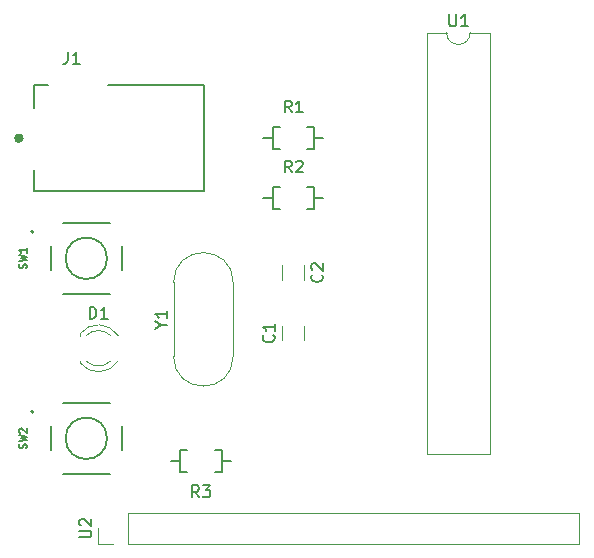
<source format=gbr>
%TF.GenerationSoftware,KiCad,Pcbnew,7.0.6*%
%TF.CreationDate,2023-08-09T01:09:07+05:30*%
%TF.ProjectId,arduinotask,61726475-696e-46f7-9461-736b2e6b6963,rev?*%
%TF.SameCoordinates,Original*%
%TF.FileFunction,Legend,Top*%
%TF.FilePolarity,Positive*%
%FSLAX46Y46*%
G04 Gerber Fmt 4.6, Leading zero omitted, Abs format (unit mm)*
G04 Created by KiCad (PCBNEW 7.0.6) date 2023-08-09 01:09:07*
%MOMM*%
%LPD*%
G01*
G04 APERTURE LIST*
%ADD10C,0.150000*%
%ADD11C,0.120000*%
%ADD12C,0.127000*%
%ADD13C,0.200000*%
%ADD14C,0.400000*%
G04 APERTURE END LIST*
D10*
X58289580Y-54716666D02*
X58337200Y-54764285D01*
X58337200Y-54764285D02*
X58384819Y-54907142D01*
X58384819Y-54907142D02*
X58384819Y-55002380D01*
X58384819Y-55002380D02*
X58337200Y-55145237D01*
X58337200Y-55145237D02*
X58241961Y-55240475D01*
X58241961Y-55240475D02*
X58146723Y-55288094D01*
X58146723Y-55288094D02*
X57956247Y-55335713D01*
X57956247Y-55335713D02*
X57813390Y-55335713D01*
X57813390Y-55335713D02*
X57622914Y-55288094D01*
X57622914Y-55288094D02*
X57527676Y-55240475D01*
X57527676Y-55240475D02*
X57432438Y-55145237D01*
X57432438Y-55145237D02*
X57384819Y-55002380D01*
X57384819Y-55002380D02*
X57384819Y-54907142D01*
X57384819Y-54907142D02*
X57432438Y-54764285D01*
X57432438Y-54764285D02*
X57480057Y-54716666D01*
X57480057Y-54335713D02*
X57432438Y-54288094D01*
X57432438Y-54288094D02*
X57384819Y-54192856D01*
X57384819Y-54192856D02*
X57384819Y-53954761D01*
X57384819Y-53954761D02*
X57432438Y-53859523D01*
X57432438Y-53859523D02*
X57480057Y-53811904D01*
X57480057Y-53811904D02*
X57575295Y-53764285D01*
X57575295Y-53764285D02*
X57670533Y-53764285D01*
X57670533Y-53764285D02*
X57813390Y-53811904D01*
X57813390Y-53811904D02*
X58384819Y-54383332D01*
X58384819Y-54383332D02*
X58384819Y-53764285D01*
X33273955Y-54180978D02*
X33303989Y-54090873D01*
X33303989Y-54090873D02*
X33303989Y-53940698D01*
X33303989Y-53940698D02*
X33273955Y-53880628D01*
X33273955Y-53880628D02*
X33243920Y-53850593D01*
X33243920Y-53850593D02*
X33183850Y-53820558D01*
X33183850Y-53820558D02*
X33123780Y-53820558D01*
X33123780Y-53820558D02*
X33063710Y-53850593D01*
X33063710Y-53850593D02*
X33033675Y-53880628D01*
X33033675Y-53880628D02*
X33003640Y-53940698D01*
X33003640Y-53940698D02*
X32973605Y-54060838D01*
X32973605Y-54060838D02*
X32943570Y-54120908D01*
X32943570Y-54120908D02*
X32913535Y-54150943D01*
X32913535Y-54150943D02*
X32853465Y-54180978D01*
X32853465Y-54180978D02*
X32793395Y-54180978D01*
X32793395Y-54180978D02*
X32733325Y-54150943D01*
X32733325Y-54150943D02*
X32703290Y-54120908D01*
X32703290Y-54120908D02*
X32673255Y-54060838D01*
X32673255Y-54060838D02*
X32673255Y-53910663D01*
X32673255Y-53910663D02*
X32703290Y-53820558D01*
X32673255Y-53610314D02*
X33303989Y-53460139D01*
X33303989Y-53460139D02*
X32853465Y-53339999D01*
X32853465Y-53339999D02*
X33303989Y-53219859D01*
X33303989Y-53219859D02*
X32673255Y-53069685D01*
X33303989Y-52499020D02*
X33303989Y-52859440D01*
X33303989Y-52679230D02*
X32673255Y-52679230D01*
X32673255Y-52679230D02*
X32763360Y-52739300D01*
X32763360Y-52739300D02*
X32823430Y-52799370D01*
X32823430Y-52799370D02*
X32853465Y-52859440D01*
X37764819Y-76961904D02*
X38574342Y-76961904D01*
X38574342Y-76961904D02*
X38669580Y-76914285D01*
X38669580Y-76914285D02*
X38717200Y-76866666D01*
X38717200Y-76866666D02*
X38764819Y-76771428D01*
X38764819Y-76771428D02*
X38764819Y-76580952D01*
X38764819Y-76580952D02*
X38717200Y-76485714D01*
X38717200Y-76485714D02*
X38669580Y-76438095D01*
X38669580Y-76438095D02*
X38574342Y-76390476D01*
X38574342Y-76390476D02*
X37764819Y-76390476D01*
X37860057Y-75961904D02*
X37812438Y-75914285D01*
X37812438Y-75914285D02*
X37764819Y-75819047D01*
X37764819Y-75819047D02*
X37764819Y-75580952D01*
X37764819Y-75580952D02*
X37812438Y-75485714D01*
X37812438Y-75485714D02*
X37860057Y-75438095D01*
X37860057Y-75438095D02*
X37955295Y-75390476D01*
X37955295Y-75390476D02*
X38050533Y-75390476D01*
X38050533Y-75390476D02*
X38193390Y-75438095D01*
X38193390Y-75438095D02*
X38764819Y-76009523D01*
X38764819Y-76009523D02*
X38764819Y-75390476D01*
X44713628Y-58986190D02*
X45189819Y-58986190D01*
X44189819Y-59319523D02*
X44713628Y-58986190D01*
X44713628Y-58986190D02*
X44189819Y-58652857D01*
X45189819Y-57795714D02*
X45189819Y-58367142D01*
X45189819Y-58081428D02*
X44189819Y-58081428D01*
X44189819Y-58081428D02*
X44332676Y-58176666D01*
X44332676Y-58176666D02*
X44427914Y-58271904D01*
X44427914Y-58271904D02*
X44475533Y-58367142D01*
X33273955Y-69420978D02*
X33303989Y-69330873D01*
X33303989Y-69330873D02*
X33303989Y-69180698D01*
X33303989Y-69180698D02*
X33273955Y-69120628D01*
X33273955Y-69120628D02*
X33243920Y-69090593D01*
X33243920Y-69090593D02*
X33183850Y-69060558D01*
X33183850Y-69060558D02*
X33123780Y-69060558D01*
X33123780Y-69060558D02*
X33063710Y-69090593D01*
X33063710Y-69090593D02*
X33033675Y-69120628D01*
X33033675Y-69120628D02*
X33003640Y-69180698D01*
X33003640Y-69180698D02*
X32973605Y-69300838D01*
X32973605Y-69300838D02*
X32943570Y-69360908D01*
X32943570Y-69360908D02*
X32913535Y-69390943D01*
X32913535Y-69390943D02*
X32853465Y-69420978D01*
X32853465Y-69420978D02*
X32793395Y-69420978D01*
X32793395Y-69420978D02*
X32733325Y-69390943D01*
X32733325Y-69390943D02*
X32703290Y-69360908D01*
X32703290Y-69360908D02*
X32673255Y-69300838D01*
X32673255Y-69300838D02*
X32673255Y-69150663D01*
X32673255Y-69150663D02*
X32703290Y-69060558D01*
X32673255Y-68850314D02*
X33303989Y-68700139D01*
X33303989Y-68700139D02*
X32853465Y-68579999D01*
X32853465Y-68579999D02*
X33303989Y-68459859D01*
X33303989Y-68459859D02*
X32673255Y-68309685D01*
X32733325Y-68099440D02*
X32703290Y-68069405D01*
X32703290Y-68069405D02*
X32673255Y-68009335D01*
X32673255Y-68009335D02*
X32673255Y-67859160D01*
X32673255Y-67859160D02*
X32703290Y-67799090D01*
X32703290Y-67799090D02*
X32733325Y-67769055D01*
X32733325Y-67769055D02*
X32793395Y-67739020D01*
X32793395Y-67739020D02*
X32853465Y-67739020D01*
X32853465Y-67739020D02*
X32943570Y-67769055D01*
X32943570Y-67769055D02*
X33303989Y-68129475D01*
X33303989Y-68129475D02*
X33303989Y-67739020D01*
X47875154Y-73564806D02*
X47541564Y-73088248D01*
X47303285Y-73564806D02*
X47303285Y-72564034D01*
X47303285Y-72564034D02*
X47684531Y-72564034D01*
X47684531Y-72564034D02*
X47779843Y-72611690D01*
X47779843Y-72611690D02*
X47827498Y-72659346D01*
X47827498Y-72659346D02*
X47875154Y-72754658D01*
X47875154Y-72754658D02*
X47875154Y-72897625D01*
X47875154Y-72897625D02*
X47827498Y-72992937D01*
X47827498Y-72992937D02*
X47779843Y-73040592D01*
X47779843Y-73040592D02*
X47684531Y-73088248D01*
X47684531Y-73088248D02*
X47303285Y-73088248D01*
X48208745Y-72564034D02*
X48828270Y-72564034D01*
X48828270Y-72564034D02*
X48494680Y-72945281D01*
X48494680Y-72945281D02*
X48637647Y-72945281D01*
X48637647Y-72945281D02*
X48732959Y-72992937D01*
X48732959Y-72992937D02*
X48780615Y-73040592D01*
X48780615Y-73040592D02*
X48828270Y-73135904D01*
X48828270Y-73135904D02*
X48828270Y-73374183D01*
X48828270Y-73374183D02*
X48780615Y-73469495D01*
X48780615Y-73469495D02*
X48732959Y-73517151D01*
X48732959Y-73517151D02*
X48637647Y-73564806D01*
X48637647Y-73564806D02*
X48351712Y-73564806D01*
X48351712Y-73564806D02*
X48256401Y-73517151D01*
X48256401Y-73517151D02*
X48208745Y-73469495D01*
X55731254Y-46075546D02*
X55397664Y-45598988D01*
X55159385Y-46075546D02*
X55159385Y-45074774D01*
X55159385Y-45074774D02*
X55540631Y-45074774D01*
X55540631Y-45074774D02*
X55635943Y-45122430D01*
X55635943Y-45122430D02*
X55683598Y-45170086D01*
X55683598Y-45170086D02*
X55731254Y-45265398D01*
X55731254Y-45265398D02*
X55731254Y-45408365D01*
X55731254Y-45408365D02*
X55683598Y-45503677D01*
X55683598Y-45503677D02*
X55635943Y-45551332D01*
X55635943Y-45551332D02*
X55540631Y-45598988D01*
X55540631Y-45598988D02*
X55159385Y-45598988D01*
X56112501Y-45170086D02*
X56160157Y-45122430D01*
X56160157Y-45122430D02*
X56255468Y-45074774D01*
X56255468Y-45074774D02*
X56493747Y-45074774D01*
X56493747Y-45074774D02*
X56589059Y-45122430D01*
X56589059Y-45122430D02*
X56636715Y-45170086D01*
X56636715Y-45170086D02*
X56684370Y-45265398D01*
X56684370Y-45265398D02*
X56684370Y-45360709D01*
X56684370Y-45360709D02*
X56636715Y-45503677D01*
X56636715Y-45503677D02*
X56064845Y-46075546D01*
X56064845Y-46075546D02*
X56684370Y-46075546D01*
X55731254Y-40995546D02*
X55397664Y-40518988D01*
X55159385Y-40995546D02*
X55159385Y-39994774D01*
X55159385Y-39994774D02*
X55540631Y-39994774D01*
X55540631Y-39994774D02*
X55635943Y-40042430D01*
X55635943Y-40042430D02*
X55683598Y-40090086D01*
X55683598Y-40090086D02*
X55731254Y-40185398D01*
X55731254Y-40185398D02*
X55731254Y-40328365D01*
X55731254Y-40328365D02*
X55683598Y-40423677D01*
X55683598Y-40423677D02*
X55635943Y-40471332D01*
X55635943Y-40471332D02*
X55540631Y-40518988D01*
X55540631Y-40518988D02*
X55159385Y-40518988D01*
X56684370Y-40995546D02*
X56112501Y-40995546D01*
X56398436Y-40995546D02*
X56398436Y-39994774D01*
X56398436Y-39994774D02*
X56303124Y-40137742D01*
X56303124Y-40137742D02*
X56207812Y-40233053D01*
X56207812Y-40233053D02*
X56112501Y-40280709D01*
X36793006Y-35865290D02*
X36793006Y-36580020D01*
X36793006Y-36580020D02*
X36745357Y-36722966D01*
X36745357Y-36722966D02*
X36650060Y-36818264D01*
X36650060Y-36818264D02*
X36507114Y-36865912D01*
X36507114Y-36865912D02*
X36411817Y-36865912D01*
X37793628Y-36865912D02*
X37221844Y-36865912D01*
X37507736Y-36865912D02*
X37507736Y-35865290D01*
X37507736Y-35865290D02*
X37412439Y-36008236D01*
X37412439Y-36008236D02*
X37317142Y-36103534D01*
X37317142Y-36103534D02*
X37221844Y-36151182D01*
X69088095Y-32684819D02*
X69088095Y-33494342D01*
X69088095Y-33494342D02*
X69135714Y-33589580D01*
X69135714Y-33589580D02*
X69183333Y-33637200D01*
X69183333Y-33637200D02*
X69278571Y-33684819D01*
X69278571Y-33684819D02*
X69469047Y-33684819D01*
X69469047Y-33684819D02*
X69564285Y-33637200D01*
X69564285Y-33637200D02*
X69611904Y-33589580D01*
X69611904Y-33589580D02*
X69659523Y-33494342D01*
X69659523Y-33494342D02*
X69659523Y-32684819D01*
X70659523Y-33684819D02*
X70088095Y-33684819D01*
X70373809Y-33684819D02*
X70373809Y-32684819D01*
X70373809Y-32684819D02*
X70278571Y-32827676D01*
X70278571Y-32827676D02*
X70183333Y-32922914D01*
X70183333Y-32922914D02*
X70088095Y-32970533D01*
X38631905Y-58454819D02*
X38631905Y-57454819D01*
X38631905Y-57454819D02*
X38870000Y-57454819D01*
X38870000Y-57454819D02*
X39012857Y-57502438D01*
X39012857Y-57502438D02*
X39108095Y-57597676D01*
X39108095Y-57597676D02*
X39155714Y-57692914D01*
X39155714Y-57692914D02*
X39203333Y-57883390D01*
X39203333Y-57883390D02*
X39203333Y-58026247D01*
X39203333Y-58026247D02*
X39155714Y-58216723D01*
X39155714Y-58216723D02*
X39108095Y-58311961D01*
X39108095Y-58311961D02*
X39012857Y-58407200D01*
X39012857Y-58407200D02*
X38870000Y-58454819D01*
X38870000Y-58454819D02*
X38631905Y-58454819D01*
X40155714Y-58454819D02*
X39584286Y-58454819D01*
X39870000Y-58454819D02*
X39870000Y-57454819D01*
X39870000Y-57454819D02*
X39774762Y-57597676D01*
X39774762Y-57597676D02*
X39679524Y-57692914D01*
X39679524Y-57692914D02*
X39584286Y-57740533D01*
X54189580Y-59836666D02*
X54237200Y-59884285D01*
X54237200Y-59884285D02*
X54284819Y-60027142D01*
X54284819Y-60027142D02*
X54284819Y-60122380D01*
X54284819Y-60122380D02*
X54237200Y-60265237D01*
X54237200Y-60265237D02*
X54141961Y-60360475D01*
X54141961Y-60360475D02*
X54046723Y-60408094D01*
X54046723Y-60408094D02*
X53856247Y-60455713D01*
X53856247Y-60455713D02*
X53713390Y-60455713D01*
X53713390Y-60455713D02*
X53522914Y-60408094D01*
X53522914Y-60408094D02*
X53427676Y-60360475D01*
X53427676Y-60360475D02*
X53332438Y-60265237D01*
X53332438Y-60265237D02*
X53284819Y-60122380D01*
X53284819Y-60122380D02*
X53284819Y-60027142D01*
X53284819Y-60027142D02*
X53332438Y-59884285D01*
X53332438Y-59884285D02*
X53380057Y-59836666D01*
X54284819Y-58884285D02*
X54284819Y-59455713D01*
X54284819Y-59169999D02*
X53284819Y-59169999D01*
X53284819Y-59169999D02*
X53427676Y-59265237D01*
X53427676Y-59265237D02*
X53522914Y-59360475D01*
X53522914Y-59360475D02*
X53570533Y-59455713D01*
D11*
%TO.C,C2*%
X54960000Y-53921000D02*
X54960000Y-55179000D01*
X56800000Y-53921000D02*
X56800000Y-55179000D01*
D12*
%TO.C,SW1*%
X36348500Y-50345000D02*
X40348500Y-50345000D01*
X41343500Y-52340000D02*
X41343500Y-54340000D01*
X40348500Y-56335000D02*
X36348500Y-56335000D01*
X35353500Y-52340000D02*
X35353500Y-54340000D01*
X40103500Y-53340000D02*
G75*
G03*
X40103500Y-53340000I-1755000J0D01*
G01*
D13*
X33876500Y-51090000D02*
G75*
G03*
X33876500Y-51090000I-100000J0D01*
G01*
D11*
%TO.C,U2*%
X40640000Y-77530000D02*
X39310000Y-77530000D01*
X41910000Y-77530000D02*
X80070000Y-77530000D01*
X39310000Y-77530000D02*
X39310000Y-76200000D01*
X80070000Y-77530000D02*
X80070000Y-74870000D01*
X41910000Y-77530000D02*
X41910000Y-74870000D01*
X41910000Y-74870000D02*
X80070000Y-74870000D01*
%TO.C,Y1*%
X50785000Y-61635000D02*
X50785000Y-55385000D01*
X45735000Y-61635000D02*
X45735000Y-55385000D01*
X45735000Y-61635000D02*
G75*
G03*
X50785000Y-61635000I2525000J0D01*
G01*
X50785000Y-55385000D02*
G75*
G03*
X45735000Y-55385000I-2525000J0D01*
G01*
D12*
%TO.C,SW2*%
X36348500Y-65585000D02*
X40348500Y-65585000D01*
X41343500Y-67580000D02*
X41343500Y-69580000D01*
X40348500Y-71575000D02*
X36348500Y-71575000D01*
X35353500Y-67580000D02*
X35353500Y-69580000D01*
X40103500Y-68580000D02*
G75*
G03*
X40103500Y-68580000I-1755000J0D01*
G01*
D13*
X33876500Y-66330000D02*
G75*
G03*
X33876500Y-66330000I-100000J0D01*
G01*
D12*
%TO.C,R3*%
X46310000Y-70470000D02*
X45510000Y-70470000D01*
X46890000Y-69545000D02*
X46310000Y-69545000D01*
X46890000Y-71395000D02*
X46310000Y-71395000D01*
X46310000Y-70470000D02*
X46310000Y-69545000D01*
X46310000Y-71395000D02*
X46310000Y-70470000D01*
X49810000Y-70470000D02*
X50610000Y-70470000D01*
X49810000Y-69545000D02*
X49230000Y-69545000D01*
X49810000Y-70470000D02*
X49810000Y-69545000D01*
X49810000Y-71395000D02*
X49810000Y-70470000D01*
X49230000Y-71395000D02*
X49810000Y-71395000D01*
%TO.C,R2*%
X54710000Y-47335000D02*
X54130000Y-47335000D01*
X54130000Y-47335000D02*
X54130000Y-48260000D01*
X54130000Y-48260000D02*
X54130000Y-49185000D01*
X54130000Y-49185000D02*
X54710000Y-49185000D01*
X54130000Y-48260000D02*
X53330000Y-48260000D01*
X57630000Y-47335000D02*
X57630000Y-48260000D01*
X57630000Y-48260000D02*
X57630000Y-49185000D01*
X57050000Y-47335000D02*
X57630000Y-47335000D01*
X57050000Y-49185000D02*
X57630000Y-49185000D01*
X57630000Y-48260000D02*
X58430000Y-48260000D01*
%TO.C,R1*%
X54710000Y-42255000D02*
X54130000Y-42255000D01*
X54130000Y-42255000D02*
X54130000Y-43180000D01*
X54130000Y-43180000D02*
X54130000Y-44105000D01*
X54130000Y-44105000D02*
X54710000Y-44105000D01*
X54130000Y-43180000D02*
X53330000Y-43180000D01*
X57630000Y-42255000D02*
X57630000Y-43180000D01*
X57630000Y-43180000D02*
X57630000Y-44105000D01*
X57050000Y-42255000D02*
X57630000Y-42255000D01*
X57050000Y-44105000D02*
X57630000Y-44105000D01*
X57630000Y-43180000D02*
X58430000Y-43180000D01*
D14*
%TO.C,J1*%
X32840000Y-43180000D02*
G75*
G03*
X32840000Y-43180000I-200000J0D01*
G01*
D12*
X33940000Y-40630000D02*
X33940000Y-38680000D01*
X40190000Y-38680000D02*
X48340000Y-38680000D01*
X33940000Y-47680000D02*
X33940000Y-45830000D01*
X33940000Y-38680000D02*
X35090000Y-38680000D01*
X48340000Y-47680000D02*
X33940000Y-47680000D01*
X48340000Y-38680000D02*
X48340000Y-47680000D01*
D11*
%TO.C,U1*%
X72500000Y-34230000D02*
X70850000Y-34230000D01*
X72500000Y-69910000D02*
X72500000Y-34230000D01*
X68850000Y-34230000D02*
X67200000Y-34230000D01*
X67200000Y-34230000D02*
X67200000Y-69910000D01*
X67200000Y-69910000D02*
X72500000Y-69910000D01*
X68850000Y-34230000D02*
G75*
G03*
X70850000Y-34230000I1000000J0D01*
G01*
%TO.C,D1*%
X37810000Y-59724000D02*
X37810000Y-59880000D01*
X37810000Y-62040000D02*
X37810000Y-62196000D01*
X40411129Y-59880164D02*
G75*
G03*
X38329040Y-59880001I-1041129J-1079836D01*
G01*
X37810001Y-62195515D02*
G75*
G03*
X41042334Y-62038608I1559999J1235515D01*
G01*
X38329040Y-62039999D02*
G75*
G03*
X40411129Y-62039836I1040960J1079999D01*
G01*
X41042334Y-59881392D02*
G75*
G03*
X37810001Y-59724485I-1672334J-1078608D01*
G01*
%TO.C,C1*%
X56800000Y-60299000D02*
X56800000Y-59041000D01*
X54960000Y-60299000D02*
X54960000Y-59041000D01*
%TD*%
M02*

</source>
